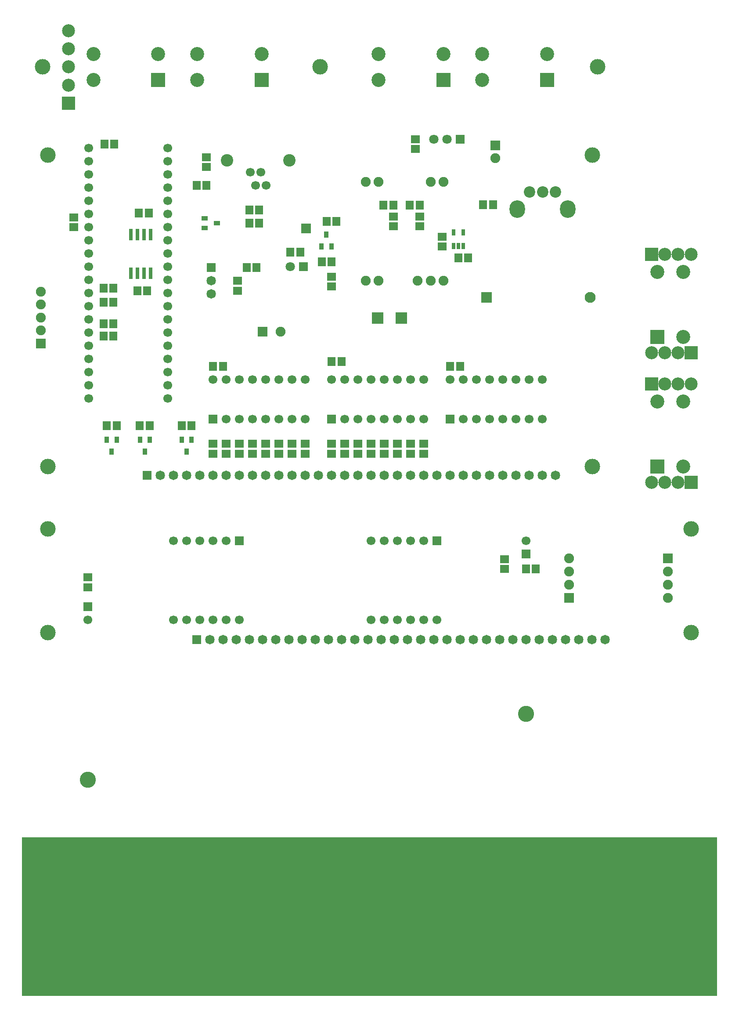
<source format=gbr>
%TF.GenerationSoftware,Novarm,DipTrace,3.3.0.1*%
%TF.CreationDate,2019-03-05T05:50:44+02:00*%
%FSLAX35Y35*%
%MOMM*%
%TF.FileFunction,Soldermask,Bot*%
%TF.Part,Single*%
%ADD18R,1.7X1.7*%
%ADD19C,1.7*%
%ADD29R,2.1X2.1*%
%ADD37R,1.9X1.9*%
%ADD38C,1.9*%
%ADD39R,2.3X2.3*%
%ADD43R,2.5X2.5*%
%ADD44C,2.5*%
%ADD51C,3.0*%
%ADD52C,3.1*%
%ADD53C,2.4*%
%ADD57C,1.8*%
%ADD60C,1.82*%
%ADD62R,1.82X1.82*%
%ADD64R,0.85X1.25*%
%ADD66C,2.7*%
%ADD67R,2.7X2.7*%
%ADD68O,3.0X3.4*%
%ADD70C,2.2*%
%ADD71C,1.8*%
%ADD72C,2.1*%
%ADD73C,1.7*%
%ADD75R,0.8X2.2*%
%ADD78R,0.8X1.3*%
%ADD80R,1.25X0.85*%
%ADD84R,1.8X1.8*%
%ADD86R,1.7X1.5*%
%ADD88R,1.5X1.7*%
G75*
G01*
%LPD*%
D37*
X10829877Y18090000D3*
D38*
Y17840000D3*
D88*
X11416000Y9922750D3*
X11606000D3*
D37*
X6335500Y14494750D3*
D38*
X6685500D3*
D88*
X7859500Y13923250D3*
X7669500D3*
X10145500Y13828000D3*
X9955500D3*
D86*
X5256000Y17860250D3*
Y17670250D3*
D88*
X6033877Y15733000D3*
X6223877D3*
X10113750Y15923500D3*
X10303750D3*
D86*
X9367627Y16526750D3*
Y16716750D3*
D88*
X6875500Y16034873D3*
X7065500D3*
D84*
X7129250Y15748877D3*
D57*
X6875250D3*
D86*
X8859123Y16526750D3*
Y16716750D3*
D88*
X3922500Y15288500D3*
X4112500D3*
X5573000Y13828000D3*
X5383000D3*
X3462123Y14415377D3*
X3272123D3*
X3462123Y14653500D3*
X3272123D3*
X3462123Y15066250D3*
X3272123D3*
X3462123Y15336127D3*
X3272123D3*
D19*
X2970000Y8945750D3*
D18*
Y9199750D3*
D80*
X5224250Y16495000D3*
Y16685000D3*
X5454250Y16590000D3*
D39*
X8558001Y14764623D3*
X9011484D3*
D78*
X10209000Y16145750D3*
X10114000D3*
X10019000D3*
Y16415750D3*
X10209000D3*
D38*
X9828000Y17384000D3*
X9578000D3*
X8578000D3*
X8328000D3*
X9828000Y15484000D3*
X9578000D3*
X9328000D3*
X8578000D3*
X8328000D3*
D37*
X7178000Y16484000D3*
D18*
X5383000Y12812000D3*
D19*
X5637000D3*
X5891000D3*
X6145000D3*
X6399000D3*
X6653000D3*
X6907000D3*
X7161000D3*
Y13574000D3*
X6907000D3*
X6653000D3*
X6399000D3*
X6145000D3*
X5891000D3*
X5637000D3*
X5383000D3*
D18*
X7669000Y12812000D3*
D19*
X7923000D3*
X8177000D3*
X8431000D3*
X8685000D3*
X8939000D3*
X9193000D3*
X9447000D3*
Y13574000D3*
X9193000D3*
X8939000D3*
X8685000D3*
X8431000D3*
X8177000D3*
X7923000D3*
X7669000D3*
D18*
X9955000Y12812000D3*
D19*
X10209000D3*
X10463000D3*
X10717000D3*
X10971000D3*
X11225000D3*
X11479000D3*
X11733000D3*
Y13574000D3*
X11479000D3*
X11225000D3*
X10971000D3*
X10717000D3*
X10463000D3*
X10209000D3*
X9955000D3*
D84*
X10145500Y18209500D3*
D71*
X9891500D3*
X9637500D3*
D19*
X4509873Y13208877D3*
Y13462877D3*
Y13716877D3*
Y13970877D3*
Y14224877D3*
Y14478877D3*
Y14732877D3*
Y14986877D3*
Y15240877D3*
Y15494877D3*
Y15748877D3*
Y16002877D3*
Y16256877D3*
Y16510877D3*
Y16764877D3*
Y17018877D3*
Y17272877D3*
Y17526877D3*
Y17780877D3*
Y18034877D3*
X2985873D3*
Y17780877D3*
Y17526877D3*
Y17272877D3*
Y17018877D3*
Y16764877D3*
Y16510877D3*
Y16256877D3*
Y16002877D3*
Y15748877D3*
Y15494877D3*
Y15240877D3*
Y14986877D3*
Y14732877D3*
Y14478877D3*
Y14224877D3*
Y13970877D3*
Y13716877D3*
Y13462877D3*
Y13208877D3*
D75*
X3795500Y16368000D3*
X3922500D3*
X4049500D3*
X4176500D3*
Y15628000D3*
X4049500D3*
X3922500D3*
X3795500D3*
D18*
X5891000Y10469750D3*
D73*
X5637050D3*
X5383050D3*
X5129050D3*
X4875050D3*
X4621050D3*
X5891000Y8945750D3*
X5637100D3*
X5383000D3*
X5129000D3*
X4875000D3*
X4621000D3*
D18*
X9701000Y10469750D3*
D73*
X9447050D3*
X9193050D3*
X8939050D3*
X8685050D3*
X8431050D3*
X9701000Y8945750D3*
X9447100D3*
X9193000D3*
X8939000D3*
X8685000D3*
X8431000D3*
D51*
X2200000Y17900000D3*
D52*
X11415450Y7133200D3*
D51*
X2200000Y11900000D3*
D52*
X2970000Y5863250D3*
D51*
X12700000Y17900000D3*
Y11900000D3*
X2200000Y10700000D3*
X14600000D3*
X2200000Y8700000D3*
X14600000D3*
X2100000Y19600000D3*
X7450000D3*
X12800000D3*
D29*
X10653500Y15161500D3*
D72*
X12653500D3*
D37*
X12250000Y9369000D3*
D38*
Y9623000D3*
Y9877000D3*
Y10131000D3*
D37*
X14150000D3*
D38*
Y9877000D3*
Y9623000D3*
Y9369000D3*
D43*
X14606250Y11591500D3*
D44*
X14352250D3*
X14098250D3*
X13844250D3*
D43*
Y13491500D3*
D44*
X14098250D3*
X14352250D3*
X14606250D3*
D43*
Y14091500D3*
D44*
X14352250D3*
X14098250D3*
X13844250D3*
D43*
Y15991500D3*
D44*
X14098250D3*
X14352250D3*
X14606250D3*
D88*
X3954250Y16780750D3*
X4144250D3*
D86*
X5383000Y12335750D3*
Y12145750D3*
X5637000Y12335750D3*
Y12145750D3*
X5891000Y12335750D3*
Y12145750D3*
X6145000Y12335750D3*
Y12145750D3*
X6399000Y12335750D3*
Y12145750D3*
X6653000Y12335750D3*
Y12145750D3*
X6907000Y12335750D3*
Y12145750D3*
X7161000Y12335750D3*
Y12145750D3*
X7669000Y12335750D3*
Y12145750D3*
X7923000Y12335750D3*
Y12145750D3*
X8177000Y12335750D3*
Y12145750D3*
X8431000Y12335750D3*
Y12145750D3*
X8685000Y12335750D3*
Y12145750D3*
X8939000Y12335750D3*
Y12145750D3*
X9193000Y12335750D3*
Y12145750D3*
X9447000Y12335750D3*
Y12145750D3*
X2970000Y9764000D3*
Y9574000D3*
X11002750Y10113250D3*
Y9923250D3*
X7669000Y15367877D3*
Y15557877D3*
D88*
X7668750Y15844373D3*
X7478750D3*
X9177123Y16939500D3*
X9367123D3*
X4779750Y12685000D3*
X4969750D3*
X3970123D3*
X4160123D3*
X3335127D3*
X3525127D3*
D86*
X2700127Y16701373D3*
Y16511373D3*
X9288250Y18209500D3*
Y18019500D3*
D88*
X7573750Y16622000D3*
X7763750D3*
X8669127Y16939500D3*
X8859127D3*
X6081500Y16844250D3*
X6271500D3*
D70*
X11987000Y17193500D3*
X11737000D3*
X11487000D3*
D68*
X12227000Y16863500D3*
X11247000D3*
D88*
X10591750Y16947000D3*
X10781750D3*
X6272000Y16590250D3*
X6082000D3*
X3287500Y18114250D3*
X3477500D3*
D86*
X5859250Y15479000D3*
Y15289000D3*
D88*
X5065500Y17320500D3*
X5255500D3*
D67*
X13950000Y14400000D3*
D66*
X14450000D3*
Y15650000D3*
X13950000D3*
D67*
X6325000Y19350000D3*
D66*
Y19850000D3*
X5075000D3*
Y19350000D3*
D67*
X4325000D3*
D66*
Y19850000D3*
X3075000D3*
Y19350000D3*
D67*
X9825000D3*
D66*
Y19850000D3*
X8575000D3*
Y19350000D3*
D67*
X11825000D3*
D66*
Y19850000D3*
X10575000D3*
Y19350000D3*
D67*
X13950000Y11900000D3*
D66*
X14450000D3*
Y13150000D3*
X13950000D3*
D18*
X11415500Y10215750D3*
D19*
Y10469750D3*
D64*
X3335127Y12415127D3*
X3525127D3*
X3430127Y12185127D3*
X7664877Y16142127D3*
X7474877D3*
X7569877Y16372127D3*
X3974250Y12418750D3*
X4164250D3*
X4069250Y12188750D3*
X4779750Y12415127D3*
X4969750D3*
X4874750Y12185127D3*
D62*
X4113000Y11732500D3*
D60*
X4367000D3*
X4621000D3*
X4875000D3*
X5129000D3*
X5383000D3*
X5637000D3*
X5891000D3*
X6145000D3*
X6399000D3*
X6653000D3*
X6907000D3*
X7161000D3*
X7415000D3*
X7669000D3*
X7923000D3*
X8177000D3*
X8431000D3*
X8685000D3*
X8939000D3*
X9193000D3*
X9447000D3*
X9701000D3*
X9955000D3*
X10209000D3*
X10463000D3*
X10717000D3*
X10971000D3*
X11225000D3*
X11479000D3*
X11733000D3*
X11987000D3*
D62*
X5065500Y8564750D3*
D60*
X5319500D3*
X5573500D3*
X5827500D3*
X6081500D3*
X6335500D3*
X6589500D3*
X6843500D3*
X7097500D3*
X7351500D3*
X7605500D3*
X7859500D3*
X8113500D3*
X8367500D3*
X8621500D3*
X8875500D3*
X9129500D3*
X9383500D3*
X9637500D3*
X9891500D3*
X10145500D3*
X10399500D3*
X10653500D3*
X10907500D3*
X11161500D3*
X11415500D3*
X11669500D3*
X11923500D3*
X12177500D3*
X12431500D3*
X12685500D3*
X12939500D3*
D62*
X5351250Y15733000D3*
D60*
Y15479000D3*
Y15225000D3*
D37*
X2065123Y14272500D3*
D38*
Y14522500D3*
Y14772500D3*
Y15022500D3*
Y15272500D3*
D19*
X6303750Y17574500D3*
X6405750Y17320500D3*
X6201750D3*
X6099750Y17574500D3*
D53*
X6852750Y17804500D3*
X5652750D3*
D43*
X2600000Y18900000D3*
D44*
Y19250000D3*
Y19600000D3*
Y19950000D3*
Y20300000D3*
D86*
X9798000Y16137377D3*
Y16327377D3*
G36*
X1700000Y4750000D2*
X15100000D1*
Y1700000D1*
X1700000D1*
Y4750000D1*
G37*
M02*

</source>
